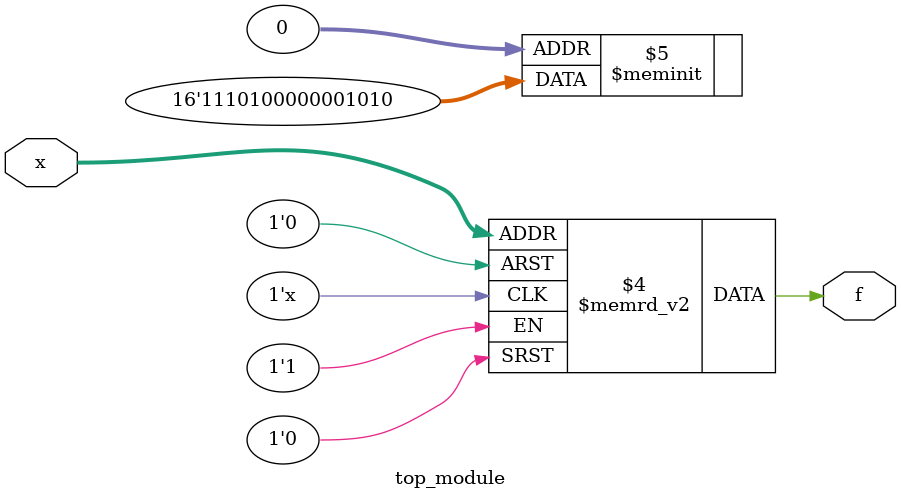
<source format=sv>
module top_module (
    input [4:1] x,
    output logic f
);

always_comb begin
    case (x)
        4'b0001, 4'b0011, 4'b1101, 4'b1110: f = 1'b1;
        4'b0101, 4'b0111, 4'b1000, 4'b1010: f = 1'b0;
        4'b1011, 4'b1111: f = 1'b1; // handle don't-care cases
        default: f = 1'b0; // handle any other cases
    endcase
end

endmodule

</source>
